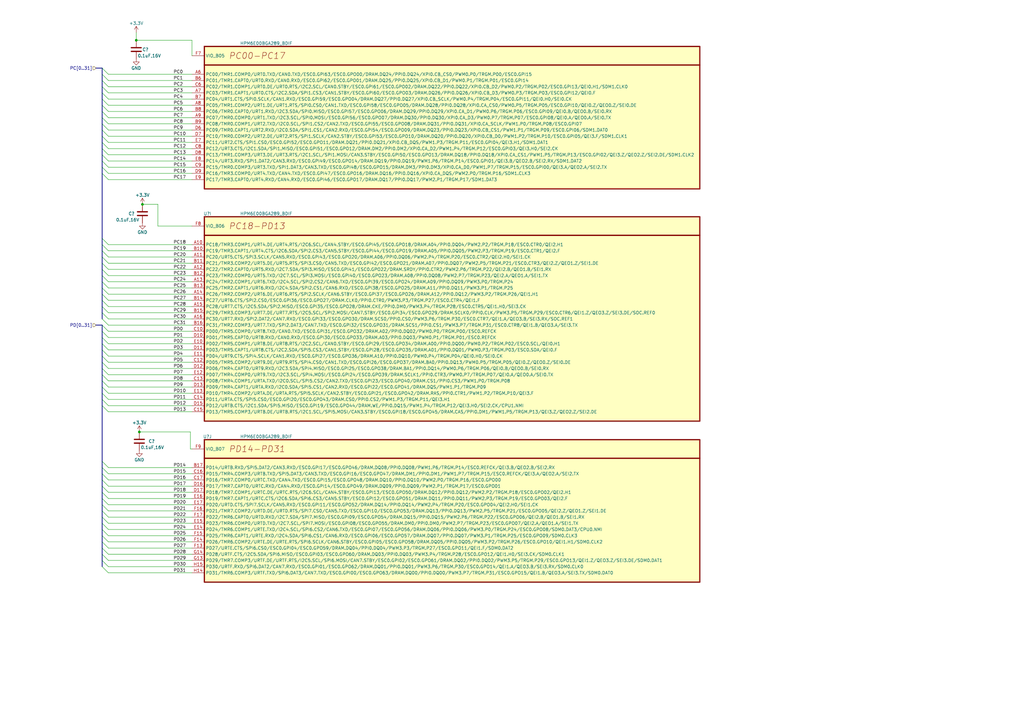
<source format=kicad_sch>
(kicad_sch (version 20230121) (generator eeschema)
  (paper "A3")
  (title_block (title "HPM6E00ADCEVKRevC") (date "2024-09-17") (rev "RevC") (comment 1 "MCU_PC&PD"))
  (junction (at 57.15 177.165))
  (junction (at 58.42 83.82))
  (junction (at 55.88 16.51))
  (bus_entry (at 41.91 201.93) (size 2.54 2.54))
  (bus_entry (at 41.91 196.85) (size 2.54 2.54))
  (bus_entry (at 41.91 30.48) (size 2.54 2.54))
  (bus_entry (at 41.91 214.63) (size 2.54 2.54))
  (bus_entry (at 41.91 229.87) (size 2.54 2.54))
  (bus_entry (at 41.91 115.57) (size 2.54 2.54))
  (bus_entry (at 41.91 66.04) (size 2.54 2.54))
  (bus_entry (at 41.91 133.35) (size 2.54 2.54))
  (bus_entry (at 41.91 53.34) (size 2.54 2.54))
  (bus_entry (at 41.91 102.87) (size 2.54 2.54))
  (bus_entry (at 41.91 166.37) (size 2.54 2.54))
  (bus_entry (at 41.91 107.95) (size 2.54 2.54))
  (bus_entry (at 41.91 148.59) (size 2.54 2.54))
  (bus_entry (at 41.91 189.23) (size 2.54 2.54))
  (bus_entry (at 41.91 140.97) (size 2.54 2.54))
  (bus_entry (at 41.91 222.25) (size 2.54 2.54))
  (bus_entry (at 41.91 63.5) (size 2.54 2.54))
  (bus_entry (at 41.91 217.17) (size 2.54 2.54))
  (bus_entry (at 41.91 120.65) (size 2.54 2.54))
  (bus_entry (at 41.91 68.58) (size 2.54 2.54))
  (bus_entry (at 41.91 110.49) (size 2.54 2.54))
  (bus_entry (at 41.91 130.81) (size 2.54 2.54))
  (bus_entry (at 41.91 97.79) (size 2.54 2.54))
  (bus_entry (at 41.91 135.89) (size 2.54 2.54))
  (bus_entry (at 41.91 146.05) (size 2.54 2.54))
  (bus_entry (at 41.91 125.73) (size 2.54 2.54))
  (bus_entry (at 41.91 212.09) (size 2.54 2.54))
  (bus_entry (at 41.91 153.67) (size 2.54 2.54))
  (bus_entry (at 41.91 199.39) (size 2.54 2.54))
  (bus_entry (at 41.91 194.31) (size 2.54 2.54))
  (bus_entry (at 41.91 113.03) (size 2.54 2.54))
  (bus_entry (at 41.91 71.12) (size 2.54 2.54))
  (bus_entry (at 41.91 33.02) (size 2.54 2.54))
  (bus_entry (at 41.91 50.8) (size 2.54 2.54))
  (bus_entry (at 41.91 158.75) (size 2.54 2.54))
  (bus_entry (at 41.91 207.01) (size 2.54 2.54))
  (bus_entry (at 41.91 163.83) (size 2.54 2.54))
  (bus_entry (at 41.91 227.33) (size 2.54 2.54))
  (bus_entry (at 41.91 60.96) (size 2.54 2.54))
  (bus_entry (at 41.91 55.88) (size 2.54 2.54))
  (bus_entry (at 41.91 138.43) (size 2.54 2.54))
  (bus_entry (at 41.91 48.26) (size 2.54 2.54))
  (bus_entry (at 41.91 118.11) (size 2.54 2.54))
  (bus_entry (at 41.91 45.72) (size 2.54 2.54))
  (bus_entry (at 41.91 219.71) (size 2.54 2.54))
  (bus_entry (at 41.91 191.77) (size 2.54 2.54))
  (bus_entry (at 41.91 58.42) (size 2.54 2.54))
  (bus_entry (at 41.91 105.41) (size 2.54 2.54))
  (bus_entry (at 41.91 224.79) (size 2.54 2.54))
  (bus_entry (at 41.91 161.29) (size 2.54 2.54))
  (bus_entry (at 41.91 38.1) (size 2.54 2.54))
  (bus_entry (at 41.91 27.94) (size 2.54 2.54))
  (bus_entry (at 41.91 143.51) (size 2.54 2.54))
  (bus_entry (at 41.91 232.41) (size 2.54 2.54))
  (bus_entry (at 41.91 151.13) (size 2.54 2.54))
  (bus_entry (at 41.91 43.18) (size 2.54 2.54))
  (bus_entry (at 41.91 204.47) (size 2.54 2.54))
  (bus_entry (at 41.91 100.33) (size 2.54 2.54))
  (bus_entry (at 41.91 35.56) (size 2.54 2.54))
  (bus_entry (at 41.91 123.19) (size 2.54 2.54))
  (bus_entry (at 41.91 40.64) (size 2.54 2.54))
  (bus_entry (at 41.91 128.27) (size 2.54 2.54))
  (bus_entry (at 41.91 209.55) (size 2.54 2.54))
  (bus_entry (at 41.91 156.21) (size 2.54 2.54))
  (bus (pts (xy 41.91 166.37) (xy 41.91 189.23)))
  (bus (pts (xy 41.91 219.71) (xy 41.91 222.25)))
  (wire (pts (xy 78.105 184.15) (xy 78.74 184.15)))
  (wire (pts (xy 44.45 45.72) (xy 78.74 45.72)))
  (bus (pts (xy 41.91 45.72) (xy 41.91 48.26)))
  (bus (pts (xy 41.91 199.39) (xy 41.91 201.93)))
  (wire (pts (xy 44.45 146.05) (xy 78.74 146.05)))
  (wire (pts (xy 44.45 123.19) (xy 78.74 123.19)))
  (bus (pts (xy 41.91 138.43) (xy 41.91 140.97)))
  (bus (pts (xy 41.91 194.31) (xy 41.91 196.85)))
  (wire (pts (xy 44.45 118.11) (xy 78.74 118.11)))
  (wire (pts (xy 78.105 177.165) (xy 57.15 177.165)))
  (wire (pts (xy 44.45 40.64) (xy 78.74 40.64)))
  (bus (pts (xy 41.91 68.58) (xy 41.91 71.12)))
  (bus (pts (xy 41.91 113.03) (xy 41.91 115.57)))
  (wire (pts (xy 44.45 234.95) (xy 78.74 234.95)))
  (bus (pts (xy 41.91 207.01) (xy 41.91 209.55)))
  (wire (pts (xy 44.45 130.81) (xy 78.74 130.81)))
  (wire (pts (xy 44.45 30.48) (xy 78.74 30.48)))
  (wire (pts (xy 44.45 148.59) (xy 78.74 148.59)))
  (wire (pts (xy 44.45 191.77) (xy 78.74 191.77)))
  (bus (pts (xy 41.91 214.63) (xy 41.91 217.17)))
  (bus (pts (xy 41.91 110.49) (xy 41.91 113.03)))
  (wire (pts (xy 44.45 50.8) (xy 78.74 50.8)))
  (wire (pts (xy 44.45 43.18) (xy 78.74 43.18)))
  (wire (pts (xy 64.77 83.82) (xy 64.77 92.71)))
  (bus (pts (xy 41.91 209.55) (xy 41.91 212.09)))
  (bus (pts (xy 41.91 38.1) (xy 41.91 40.64)))
  (wire (pts (xy 44.45 201.93) (xy 78.74 201.93)))
  (bus (pts (xy 41.91 48.26) (xy 41.91 50.8)))
  (wire (pts (xy 44.45 33.02) (xy 78.74 33.02)))
  (bus (pts (xy 41.91 191.77) (xy 41.91 194.31)))
  (bus (pts (xy 41.91 146.05) (xy 41.91 148.59)))
  (wire (pts (xy 44.45 204.47) (xy 78.74 204.47)))
  (bus (pts (xy 41.91 158.75) (xy 41.91 161.29)))
  (bus (pts (xy 41.91 35.56) (xy 41.91 38.1)))
  (wire (pts (xy 44.45 133.35) (xy 78.74 133.35)))
  (wire (pts (xy 44.45 128.27) (xy 78.74 128.27)))
  (bus (pts (xy 41.91 189.23) (xy 41.91 191.77)))
  (bus (pts (xy 41.91 63.5) (xy 41.91 66.04)))
  (bus (pts (xy 41.91 100.33) (xy 41.91 102.87)))
  (bus (pts (xy 41.91 27.94) (xy 41.91 30.48)))
  (bus (pts (xy 41.91 151.13) (xy 41.91 153.67)))
  (wire (pts (xy 44.45 153.67) (xy 78.74 153.67)))
  (wire (pts (xy 64.77 92.71) (xy 78.74 92.71)))
  (wire (pts (xy 44.45 63.5) (xy 78.74 63.5)))
  (bus (pts (xy 41.91 163.83) (xy 41.91 166.37)))
  (wire (pts (xy 44.45 35.56) (xy 78.74 35.56)))
  (wire (pts (xy 58.42 83.82) (xy 64.77 83.82)))
  (bus (pts (xy 41.91 43.18) (xy 41.91 45.72)))
  (bus (pts (xy 41.91 204.47) (xy 41.91 207.01)))
  (bus (pts (xy 41.91 128.27) (xy 41.91 130.81)))
  (wire (pts (xy 44.45 58.42) (xy 78.74 58.42)))
  (wire (pts (xy 44.45 196.85) (xy 78.74 196.85)))
  (bus (pts (xy 41.91 135.89) (xy 41.91 138.43)))
  (wire (pts (xy 44.45 158.75) (xy 78.74 158.75)))
  (wire (pts (xy 44.45 120.65) (xy 78.74 120.65)))
  (wire (pts (xy 44.45 48.26) (xy 78.74 48.26)))
  (wire (pts (xy 44.45 156.21) (xy 78.74 156.21)))
  (wire (pts (xy 44.45 140.97) (xy 78.74 140.97)))
  (wire (pts (xy 44.45 53.34) (xy 78.74 53.34)))
  (wire (pts (xy 44.45 199.39) (xy 78.74 199.39)))
  (wire (pts (xy 44.45 227.33) (xy 78.74 227.33)))
  (wire (pts (xy 44.45 105.41) (xy 78.74 105.41)))
  (wire (pts (xy 44.45 161.29) (xy 78.74 161.29)))
  (bus (pts (xy 41.91 118.11) (xy 41.91 120.65)))
  (bus (pts (xy 41.91 71.12) (xy 41.91 97.79)))
  (wire (pts (xy 44.45 138.43) (xy 78.74 138.43)))
  (wire (pts (xy 44.45 214.63) (xy 78.74 214.63)))
  (wire (pts (xy 44.45 209.55) (xy 78.74 209.55)))
  (bus (pts (xy 41.91 227.33) (xy 41.91 229.87)))
  (bus (pts (xy 41.91 102.87) (xy 41.91 105.41)))
  (bus (pts (xy 41.91 53.34) (xy 41.91 55.88)))
  (bus (pts (xy 41.91 212.09) (xy 41.91 214.63)))
  (bus (pts (xy 41.91 58.42) (xy 41.91 60.96)))
  (wire (pts (xy 44.45 113.03) (xy 78.74 113.03)))
  (bus (pts (xy 41.91 153.67) (xy 41.91 156.21)))
  (wire (pts (xy 44.45 55.88) (xy 78.74 55.88)))
  (bus (pts (xy 41.91 123.19) (xy 41.91 125.73)))
  (wire (pts (xy 44.45 212.09) (xy 78.74 212.09)))
  (wire (pts (xy 44.45 68.58) (xy 78.74 68.58)))
  (wire (pts (xy 44.45 38.1) (xy 78.74 38.1)))
  (bus (pts (xy 41.91 133.35) (xy 41.91 135.89)))
  (wire (pts (xy 44.45 168.91) (xy 78.74 168.91)))
  (wire (pts (xy 44.45 232.41) (xy 78.74 232.41)))
  (bus (pts (xy 41.91 66.04) (xy 41.91 68.58)))
  (bus (pts (xy 41.91 217.17) (xy 41.91 219.71)))
  (bus (pts (xy 41.91 40.64) (xy 41.91 43.18)))
  (bus (pts (xy 41.91 115.57) (xy 41.91 118.11)))
  (wire (pts (xy 44.45 217.17) (xy 78.74 217.17)))
  (bus (pts (xy 41.91 105.41) (xy 41.91 107.95)))
  (wire (pts (xy 44.45 115.57) (xy 78.74 115.57)))
  (bus (pts (xy 41.91 196.85) (xy 41.91 199.39)))
  (wire (pts (xy 44.45 224.79) (xy 78.74 224.79)))
  (wire (pts (xy 44.45 163.83) (xy 78.74 163.83)))
  (bus (pts (xy 41.91 30.48) (xy 41.91 33.02)))
  (wire (pts (xy 44.45 229.87) (xy 78.74 229.87)))
  (wire (pts (xy 55.88 16.51) (xy 55.88 13.335)))
  (bus (pts (xy 41.91 97.79) (xy 41.91 100.33)))
  (bus (pts (xy 41.91 60.96) (xy 41.91 63.5)))
  (bus (pts (xy 41.91 33.02) (xy 41.91 35.56)))
  (bus (pts (xy 41.91 120.65) (xy 41.91 123.19)))
  (bus (pts (xy 41.91 222.25) (xy 41.91 224.79)))
  (wire (pts (xy 44.45 73.66) (xy 78.74 73.66)))
  (bus (pts (xy 39.37 27.94) (xy 41.91 27.94)))
  (wire (pts (xy 44.45 110.49) (xy 78.74 110.49)))
  (bus (pts (xy 39.37 133.35) (xy 41.91 133.35)))
  (bus (pts (xy 41.91 50.8) (xy 41.91 53.34)))
  (wire (pts (xy 44.45 71.12) (xy 78.74 71.12)))
  (wire (pts (xy 44.45 143.51) (xy 78.74 143.51)))
  (bus (pts (xy 41.91 229.87) (xy 41.91 232.41)))
  (wire (pts (xy 44.45 166.37) (xy 78.74 166.37)))
  (wire (pts (xy 44.45 107.95) (xy 78.74 107.95)))
  (wire (pts (xy 44.45 222.25) (xy 78.74 222.25)))
  (bus (pts (xy 41.91 107.95) (xy 41.91 110.49)))
  (wire (pts (xy 44.45 102.87) (xy 78.74 102.87)))
  (wire (pts (xy 44.45 219.71) (xy 78.74 219.71)))
  (wire (pts (xy 44.45 135.89) (xy 78.74 135.89)))
  (bus (pts (xy 41.91 143.51) (xy 41.91 146.05)))
  (wire (pts (xy 44.45 60.96) (xy 78.74 60.96)))
  (bus (pts (xy 41.91 156.21) (xy 41.91 158.75)))
  (bus (pts (xy 41.91 161.29) (xy 41.91 163.83)))
  (wire (pts (xy 44.45 207.01) (xy 78.74 207.01)))
  (wire (pts (xy 44.45 125.73) (xy 78.74 125.73)))
  (bus (pts (xy 41.91 140.97) (xy 41.91 143.51)))
  (wire (pts (xy 44.45 194.31) (xy 78.74 194.31)))
  (wire (pts (xy 44.45 100.33) (xy 78.74 100.33)))
  (wire (pts (xy 55.88 16.51) (xy 78.74 16.51)))
  (bus (pts (xy 41.91 201.93) (xy 41.91 204.47)))
  (wire (pts (xy 44.45 151.13) (xy 78.74 151.13)))
  (bus (pts (xy 41.91 148.59) (xy 41.91 151.13)))
  (wire (pts (xy 44.45 66.04) (xy 78.74 66.04)))
  (bus (pts (xy 41.91 224.79) (xy 41.91 227.33)))
  (wire (pts (xy 78.105 184.15) (xy 78.105 177.165)))
  (bus (pts (xy 41.91 55.88) (xy 41.91 58.42)))
  (wire (pts (xy 78.74 16.51) (xy 78.74 22.86)))
  (bus (pts (xy 41.91 125.73) (xy 41.91 128.27)))
  (label "PD11" (at 71.12 163.83 0))
  (label "PC25" (at 71.12 118.11 0))
  (label "PC6" (at 71.12 45.72 0))
  (label "PD0" (at 71.12 135.89 0))
  (label "PD18" (at 71.12 201.93 0))
  (label "PD21" (at 71.12 209.55 0))
  (label "PC7" (at 71.12 48.26 0))
  (label "PC18" (at 71.12 100.33 0))
  (label "PD23" (at 71.12 214.63 0))
  (label "PD13" (at 71.12 168.91 0))
  (label "PC31" (at 71.12 133.35 0))
  (label "PC9" (at 71.12 53.34 0))
  (label "PD22" (at 71.12 212.09 0))
  (label "PC29" (at 71.12 128.27 0))
  (label "PD30" (at 71.12 232.41 0))
  (label "PC21" (at 71.12 107.95 0))
  (label "PC22" (at 71.12 110.49 0))
  (label "PC27" (at 71.12 123.19 0))
  (label "PC12" (at 71.12 60.96 0))
  (label "PD10" (at 71.12 161.29 0))
  (label "PD17" (at 71.12 199.39 0))
  (label "PC17" (at 71.12 73.66 0))
  (label "PC20" (at 71.12 105.41 0))
  (label "PD3" (at 71.12 143.51 0))
  (label "PC0" (at 71.12 30.48 0))
  (label "PC23" (at 71.12 113.03 0))
  (label "PD16" (at 71.12 196.85 0))
  (label "PC4" (at 71.12 40.64 0))
  (label "PC1" (at 71.12 33.02 0))
  (label "PD28" (at 71.12 227.33 0))
  (label "PC3" (at 71.12 38.1 0))
  (label "PD8" (at 71.12 156.21 0))
  (label "PC19" (at 71.12 102.87 0))
  (label "PD20" (at 71.12 207.01 0))
  (label "PD2" (at 71.12 140.97 0))
  (label "PC5" (at 71.12 43.18 0))
  (label "PC10" (at 71.12 55.88 0))
  (label "PC15" (at 71.12 68.58 0))
  (label "PD27" (at 71.12 224.79 0))
  (label "PC16" (at 71.12 71.12 0))
  (label "PD25" (at 71.12 219.71 0))
  (label "PD1" (at 71.12 138.43 0))
  (label "PD24" (at 71.12 217.17 0))
  (label "PD14" (at 71.12 191.77 0))
  (label "PD31" (at 71.12 234.95 0))
  (label "PC28" (at 71.12 125.73 0))
  (label "PD15" (at 71.12 194.31 0))
  (label "PC14" (at 71.12 66.04 0))
  (label "PC24" (at 71.12 115.57 0))
  (label "PC13" (at 71.12 63.5 0))
  (label "PC11" (at 71.12 58.42 0))
  (label "PD4" (at 71.12 146.05 0))
  (label "PC26" (at 71.12 120.65 0))
  (label "PD9" (at 71.12 158.75 0))
  (label "PD26" (at 71.12 222.25 0))
  (label "PC30" (at 71.12 130.81 0))
  (label "PD7" (at 71.12 153.67 0))
  (label "PD12" (at 71.12 166.37 0))
  (label "PD6" (at 71.12 151.13 0))
  (label "PC8" (at 71.12 50.8 0))
  (label "PC2" (at 71.12 35.56 0))
  (label "PD29" (at 71.12 229.87 0))
  (label "PD5" (at 71.12 148.59 0))
  (label "PD19" (at 71.12 204.47 0))
  (hierarchical_label "PD[0..31]" (shape input) (at 39.37 133.35 180))
  (hierarchical_label "PC[0..31]" (shape input) (at 39.37 27.94 180))
  (symbol (lib_id "99_HPM:HPM6E00BGA289_BDIF") (at 83.82 180.34 0) (unit 10)
    (property "Reference" "U?" (at 85.09 179.07 0))
    (property "Value" "HPM6E00BGA289_BDIF" (at 109.22 179.07 0))
    (property "Footprint" "00_HPM_Library:BGA-289_17x17_14.0x14.0mm" (effects hide))
    (instances (project "HPM6E00 SKT Board BGA289_BDIF REVA" (path "" (reference "U?") (unit 10))) (project "HPM6E00ADCEVKRevC" (path "" (reference "U9") (unit 10))))
  )
  (symbol (lib_id "99_HPM:HPM6E00BGA289_BDIF") (at 83.82 88.9 0) (unit 9)
    (property "Reference" "U?" (at 85.09 87.63 0))
    (property "Value" "HPM6E00BGA289_BDIF" (at 109.22 87.63 0))
    (property "Footprint" "00_HPM_Library:BGA-289_17x17_14.0x14.0mm" (effects hide))
    (instances (project "HPM6E00 SKT Board BGA289_BDIF REVA" (path "" (reference "U?") (unit 9))) (project "HPM6E00ADCEVKRevC" (path "" (reference "U9") (unit 9))))
  )
  (symbol (lib_id "power:GND") (at 58.42 91.44 0) (mirror y) (unit 1)
    (property "Reference" "#PWR?" (effects hide))
    (property "Value" "GND" (at 60.452 95.25 0) (effects (justify left)))
    (instances (project "HPM6E00 SKT Board BGA289_BDIF REVA" (path "" (reference "#PWR?") (unit 1)) (path "" (reference "#PWR?") (unit 1))) (project "HPM5300-CON-JTAG" (path "" (reference "#PWR?") (unit 1))) (project "HPM6E00ADCEVKRevC" (path "" (reference "#PWR?") (unit 1)) (path "" (reference "#PWR0142") (unit 1))) (project "HPM5300 SKT Board LQFP100 REVA" (path "" (reference "#PWR?") (unit 1))))
  )
  (symbol (lib_id "03_HPM_Capacitance:0.1uF,16V_0402") (at 55.88 20.32 0) (mirror y) (unit 1)
    (property "Reference" "C?" (at 60.96 20.32 0) (effects (justify left)))
    (property "Value" "0.1uF,16V" (at 66.04 22.86 0) (effects (justify left)))
    (property "Footprint" "03_HPM_Capacitance:C_0402_1005Metric" (effects hide))
    (property "Model" "CL05B104KO5NNNC" (effects hide))
    (property "Company" "SAMSUNG(三星)" (effects hide))
    (instances (project "HPM5300-USB-OSC" (path "" (reference "C?") (unit 1))) (project "HPM6E00 SKT Board BGA289_BDIF REVA" (path "" (reference "C?") (unit 1)) (path "" (reference "C?") (unit 1)) (path "" (reference "C?") (unit 1))) (project "HPM6E00ADCEVKRevC" (path "" (reference "C?") (unit 1)) (path "" (reference "C48") (unit 1))) (project "HPM5300 SKT Board LQFP100 REVA" (path "" (reference "C?") (unit 1))))
  )
  (symbol (lib_id "03_HPM_Capacitance:0.1uF,16V_0402") (at 57.15 180.975 0) (mirror y) (unit 1)
    (property "Reference" "C?" (at 63.5 180.975 0) (effects (justify left)))
    (property "Value" "0.1uF,16V" (at 67.31 183.515 0) (effects (justify left)))
    (property "Footprint" "03_HPM_Capacitance:C_0402_1005Metric" (effects hide))
    (property "Model" "CL05B104KO5NNNC" (effects hide))
    (property "Company" "SAMSUNG(三星)" (effects hide))
    (instances (project "HPM5300-USB-OSC" (path "" (reference "C?") (unit 1))) (project "HPM6E00 SKT Board BGA289_BDIF REVA" (path "" (reference "C?") (unit 1)) (path "" (reference "C?") (unit 1)) (path "" (reference "C?") (unit 1))) (project "HPM6E00ADCEVKRevC" (path "" (reference "C?") (unit 1)) (path "" (reference "C49") (unit 1))) (project "HPM5300 SKT Board LQFP100 REVA" (path "" (reference "C?") (unit 1))))
  )
  (symbol (lib_id "power:GND") (at 55.88 24.13 0) (mirror y) (unit 1)
    (property "Reference" "#PWR?" (effects hide))
    (property "Value" "GND" (at 57.912 27.94 0) (effects (justify left)))
    (instances (project "HPM6E00 SKT Board BGA289_BDIF REVA" (path "" (reference "#PWR?") (unit 1)) (path "" (reference "#PWR?") (unit 1))) (project "HPM5300-CON-JTAG" (path "" (reference "#PWR?") (unit 1))) (project "HPM6E00ADCEVKRevC" (path "" (reference "#PWR?") (unit 1)) (path "" (reference "#PWR0141") (unit 1))) (project "HPM5300 SKT Board LQFP100 REVA" (path "" (reference "#PWR?") (unit 1))))
  )
  (symbol (lib_id "power:+3.3V") (at 55.88 13.335 0) (unit 1)
    (property "Reference" "#PWR?" (effects hide))
    (property "Value" "+3.3V" (at 55.88 9.525 0))
    (instances (project "HPM6E00-PA00-PA31-JTAG-BOOT-LED-KEY" (path "" (reference "#PWR?") (unit 1))) (project "HPM6E00 SKT Board BGA289_BDIF REVA" (path "" (reference "#PWR?") (unit 1))) (project "HPM5300-CON-JTAG" (path "" (reference "#PWR?") (unit 1))) (project "HPM6E00ADCEVKRevC" (path "" (reference "#PWR?") (unit 1)) (path "" (reference "#PWR0140") (unit 1))) (project "HPM5300 SKT Board LQFP100 REVA" (path "" (reference "#PWR?") (unit 1))))
  )
  (symbol (lib_id "power:+3.3V") (at 57.15 177.165 0) (unit 1)
    (property "Reference" "#PWR?" (effects hide))
    (property "Value" "+3.3V" (at 57.15 173.355 0))
    (instances (project "HPM6E00-PA00-PA31-JTAG-BOOT-LED-KEY" (path "" (reference "#PWR?") (unit 1))) (project "HPM6E00 SKT Board BGA289_BDIF REVA" (path "" (reference "#PWR?") (unit 1))) (project "HPM5300-CON-JTAG" (path "" (reference "#PWR?") (unit 1))) (project "HPM6E00ADCEVKRevC" (path "" (reference "#PWR?") (unit 1)) (path "" (reference "#PWR0144") (unit 1))) (project "HPM5300 SKT Board LQFP100 REVA" (path "" (reference "#PWR?") (unit 1))))
  )
  (symbol (lib_id "03_HPM_Capacitance:0.1uF,16V_0402") (at 58.42 87.63 0) (mirror y) (unit 1)
    (property "Reference" "C?" (at 55.245 87.63 0) (effects (justify left)))
    (property "Value" "0.1uF,16V" (at 57.15 90.17 0) (effects (justify left)))
    (property "Footprint" "03_HPM_Capacitance:C_0402_1005Metric" (effects hide))
    (property "Model" "CL05B104KO5NNNC" (effects hide))
    (property "Company" "SAMSUNG(三星)" (effects hide))
    (instances (project "HPM5300-USB-OSC" (path "" (reference "C?") (unit 1))) (project "HPM6E00 SKT Board BGA289_BDIF REVA" (path "" (reference "C?") (unit 1)) (path "" (reference "C?") (unit 1)) (path "" (reference "C?") (unit 1))) (project "HPM6E00ADCEVKRevC" (path "" (reference "C?") (unit 1)) (path "" (reference "C50") (unit 1))) (project "HPM5300 SKT Board LQFP100 REVA" (path "" (reference "C?") (unit 1))))
  )
  (symbol (lib_id "99_HPM:HPM6E00BGA289_BDIF") (at 83.82 19.05 0) (unit 8)
    (property "Reference" "U?" (effects hide))
    (property "Value" "HPM6E00BGA289_BDIF" (at 109.22 17.78 0))
    (property "Footprint" "00_HPM_Library:BGA-289_17x17_14.0x14.0mm" (effects hide))
    (instances (project "HPM6E00 SKT Board BGA289_BDIF REVA" (path "" (reference "U?") (unit 8))) (project "HPM6E00ADCEVKRevC" (path "" (reference "U9") (unit 8))))
  )
  (symbol (lib_id "power:GND") (at 57.15 184.785 0) (mirror y) (unit 1)
    (property "Reference" "#PWR?" (effects hide))
    (property "Value" "GND" (at 59.182 188.595 0) (effects (justify left)))
    (instances (project "HPM6E00 SKT Board BGA289_BDIF REVA" (path "" (reference "#PWR?") (unit 1)) (path "" (reference "#PWR?") (unit 1))) (project "HPM5300-CON-JTAG" (path "" (reference "#PWR?") (unit 1))) (project "HPM6E00ADCEVKRevC" (path "" (reference "#PWR?") (unit 1)) (path "" (reference "#PWR0145") (unit 1))) (project "HPM5300 SKT Board LQFP100 REVA" (path "" (reference "#PWR?") (unit 1))))
  )
  (symbol (lib_id "power:+3.3V") (at 58.42 83.82 0) (unit 1)
    (property "Reference" "#PWR?" (effects hide))
    (property "Value" "+3.3V" (at 58.42 80.01 0))
    (instances (project "HPM6E00-PA00-PA31-JTAG-BOOT-LED-KEY" (path "" (reference "#PWR?") (unit 1))) (project "HPM6E00 SKT Board BGA289_BDIF REVA" (path "" (reference "#PWR?") (unit 1))) (project "HPM5300-CON-JTAG" (path "" (reference "#PWR?") (unit 1))) (project "HPM6E00ADCEVKRevC" (path "" (reference "#PWR?") (unit 1)) (path "" (reference "#PWR0143") (unit 1))) (project "HPM5300 SKT Board LQFP100 REVA" (path "" (reference "#PWR?") (unit 1))))
  )
)
</source>
